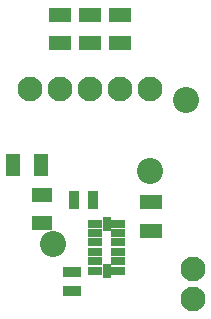
<source format=gts>
G04*
G04 #@! TF.GenerationSoftware,Altium Limited,Altium Designer,22.9.1 (49)*
G04*
G04 Layer_Color=8388736*
%FSLAX25Y25*%
%MOIN*%
G70*
G04*
G04 #@! TF.SameCoordinates,48678A20-E73A-45B2-88C3-2CBFC3E8533A*
G04*
G04*
G04 #@! TF.FilePolarity,Negative*
G04*
G01*
G75*
%ADD15R,0.07087X0.04724*%
%ADD20R,0.05118X0.07480*%
%ADD21R,0.07480X0.05118*%
%ADD22R,0.03162X0.04540*%
%ADD23R,0.04540X0.03162*%
%ADD24R,0.05906X0.03543*%
%ADD25R,0.03543X0.05906*%
%ADD26C,0.08268*%
%ADD27C,0.08674*%
D15*
X19000Y44276D02*
D03*
Y53724D02*
D03*
D20*
X9276Y63500D02*
D03*
X18724D02*
D03*
D21*
X25000Y113724D02*
D03*
Y104276D02*
D03*
X35000Y113724D02*
D03*
Y104276D02*
D03*
X45000Y113724D02*
D03*
Y104276D02*
D03*
X55500Y51224D02*
D03*
Y41776D02*
D03*
D22*
X40563Y28402D02*
D03*
Y44150D02*
D03*
D23*
X36626D02*
D03*
Y41000D02*
D03*
Y37850D02*
D03*
Y34701D02*
D03*
Y31551D02*
D03*
Y28402D02*
D03*
X44500D02*
D03*
Y31551D02*
D03*
Y34701D02*
D03*
Y37850D02*
D03*
Y41000D02*
D03*
Y44150D02*
D03*
D24*
X28898Y28000D02*
D03*
Y21701D02*
D03*
D25*
X36150Y52000D02*
D03*
X29850D02*
D03*
D26*
X69500Y19000D02*
D03*
Y29000D02*
D03*
X15000Y89000D02*
D03*
X55000D02*
D03*
X45000D02*
D03*
X35000D02*
D03*
X25000D02*
D03*
D27*
X55000Y61500D02*
D03*
X22831Y37331D02*
D03*
X67031Y85451D02*
D03*
M02*

</source>
